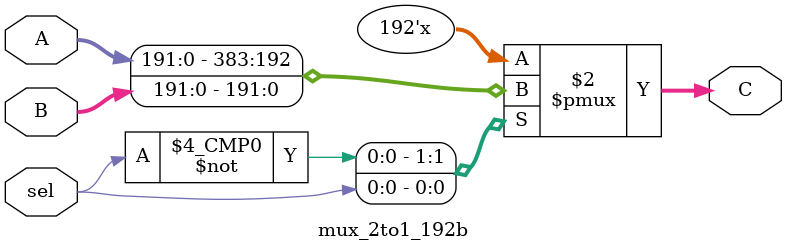
<source format=sv>
module mux_2to1_192b #(parameter N=192) (input logic [N-1:0] A, B,
													input logic sel,
													output logic [N-1:0] C);

	always_comb
		case(sel)
		
			1'b0: C = A;		
		
			1'b1: C = B;
			
			default: C = B; // undefined
			
		endcase
	
endmodule
</source>
